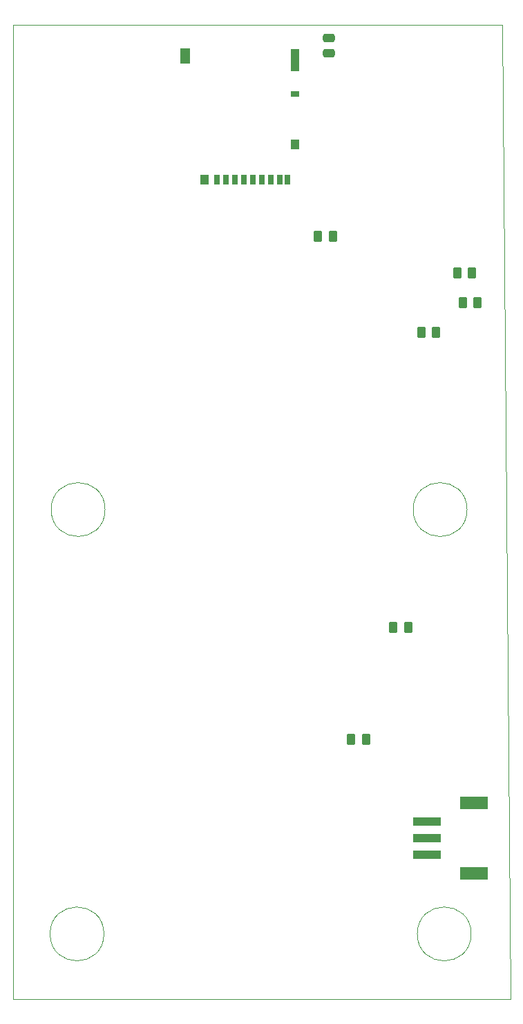
<source format=gbr>
%TF.GenerationSoftware,KiCad,Pcbnew,(6.0.11)*%
%TF.CreationDate,2023-06-04T20:58:31-05:00*%
%TF.ProjectId,Payload-Hard,5061796c-6f61-4642-9d48-6172642e6b69,V1*%
%TF.SameCoordinates,Original*%
%TF.FileFunction,Paste,Top*%
%TF.FilePolarity,Positive*%
%FSLAX46Y46*%
G04 Gerber Fmt 4.6, Leading zero omitted, Abs format (unit mm)*
G04 Created by KiCad (PCBNEW (6.0.11)) date 2023-06-04 20:58:31*
%MOMM*%
%LPD*%
G01*
G04 APERTURE LIST*
G04 Aperture macros list*
%AMRoundRect*
0 Rectangle with rounded corners*
0 $1 Rounding radius*
0 $2 $3 $4 $5 $6 $7 $8 $9 X,Y pos of 4 corners*
0 Add a 4 corners polygon primitive as box body*
4,1,4,$2,$3,$4,$5,$6,$7,$8,$9,$2,$3,0*
0 Add four circle primitives for the rounded corners*
1,1,$1+$1,$2,$3*
1,1,$1+$1,$4,$5*
1,1,$1+$1,$6,$7*
1,1,$1+$1,$8,$9*
0 Add four rect primitives between the rounded corners*
20,1,$1+$1,$2,$3,$4,$5,0*
20,1,$1+$1,$4,$5,$6,$7,0*
20,1,$1+$1,$6,$7,$8,$9,0*
20,1,$1+$1,$8,$9,$2,$3,0*%
G04 Aperture macros list end*
%TA.AperFunction,Profile*%
%ADD10C,0.100000*%
%TD*%
%ADD11R,3.500000X1.000000*%
%ADD12R,3.400000X1.500000*%
%ADD13RoundRect,0.250000X-0.262500X-0.450000X0.262500X-0.450000X0.262500X0.450000X-0.262500X0.450000X0*%
%ADD14RoundRect,0.250000X-0.475000X0.250000X-0.475000X-0.250000X0.475000X-0.250000X0.475000X0.250000X0*%
%ADD15R,0.700000X1.200000*%
%ADD16R,1.000000X0.800000*%
%ADD17R,1.000000X1.200000*%
%ADD18R,1.000000X2.800000*%
%ADD19R,1.300000X1.900000*%
G04 APERTURE END LIST*
D10*
X159800000Y-94940000D02*
G75*
G03*
X159800000Y-94940000I-3300000J0D01*
G01*
X164140000Y-35560000D02*
X165100000Y-154940000D01*
X115440000Y-94940000D02*
G75*
G03*
X115440000Y-94940000I-3300000J0D01*
G01*
X165100000Y-154940000D02*
X104140000Y-154940000D01*
X116840001Y-114300000D02*
G75*
G03*
X116840001Y-114300000I-1J0D01*
G01*
X104140000Y-154940000D02*
X104140000Y-35560000D01*
X104140000Y-35560000D02*
X164140000Y-35560000D01*
X160300000Y-146940000D02*
G75*
G03*
X160300000Y-146940000I-3300000J0D01*
G01*
X115300000Y-146940000D02*
G75*
G03*
X115300000Y-146940000I-3300000J0D01*
G01*
D11*
%TO.C,P101*%
X154925000Y-137200000D03*
X154925000Y-135200000D03*
X154925000Y-133200000D03*
D12*
X160675000Y-139550000D03*
X160675000Y-130850000D03*
%TD*%
D13*
%TO.C,R108*%
X158580000Y-65930000D03*
X160405000Y-65930000D03*
%TD*%
%TO.C,R104*%
X141512500Y-61425000D03*
X143337500Y-61425000D03*
%TD*%
D14*
%TO.C,C101*%
X142840000Y-37130000D03*
X142840000Y-39030000D03*
%TD*%
D15*
%TO.C,J101*%
X129150000Y-54500000D03*
X130250000Y-54500000D03*
X131350000Y-54500000D03*
X132450000Y-54500000D03*
X133550000Y-54500000D03*
X134650000Y-54500000D03*
X135750000Y-54500000D03*
X136850000Y-54500000D03*
X137800000Y-54500000D03*
D16*
X138750000Y-44000000D03*
D17*
X138750000Y-50200000D03*
D18*
X138750000Y-39850000D03*
D17*
X127600000Y-54500000D03*
D19*
X125250000Y-39400000D03*
%TD*%
D13*
%TO.C,R106*%
X154177500Y-73240000D03*
X156002500Y-73240000D03*
%TD*%
%TO.C,R105*%
X150775000Y-109400000D03*
X152600000Y-109400000D03*
%TD*%
%TO.C,R101*%
X145587500Y-123100000D03*
X147412500Y-123100000D03*
%TD*%
%TO.C,C103*%
X159258000Y-69596000D03*
X161083000Y-69596000D03*
%TD*%
M02*

</source>
